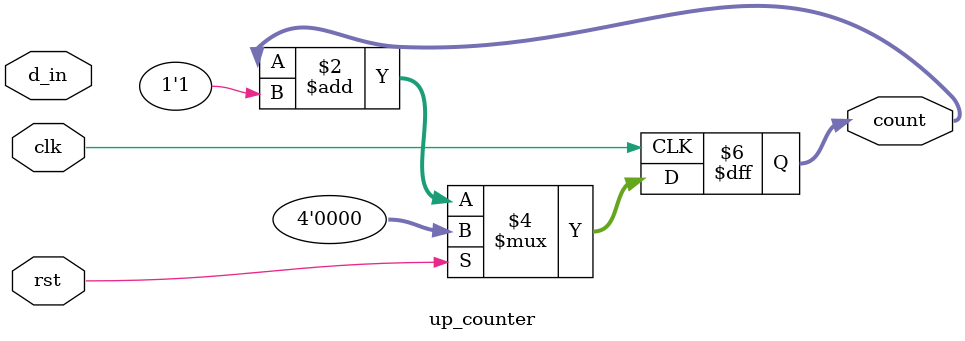
<source format=v>


module up_counter(
input [3:0]d_in,
input clk,rst,
output reg [3:0]count);


always@(posedge clk)
begin
if(rst)
  count <= 1'b0;
  else 
  count <= count + 1'b1;
  end
  endmodule

</source>
